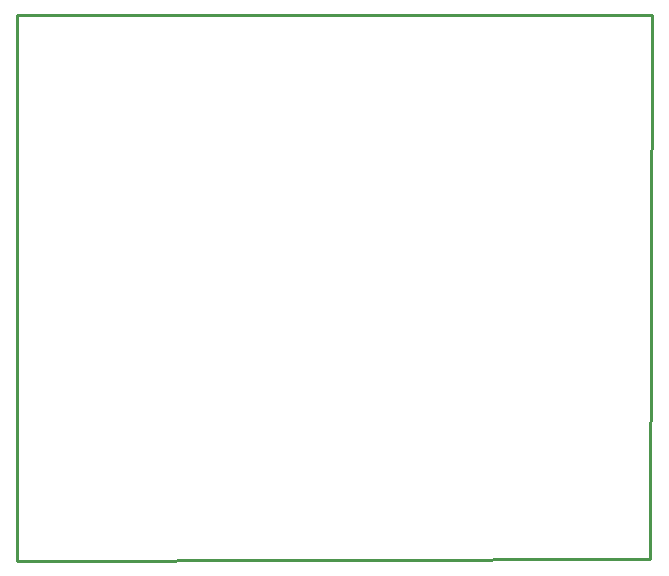
<source format=gko>
G04 Layer: BoardOutlineLayer*
G04 EasyEDA v6.5.42, 2024-04-10 10:33:45*
G04 677a2e3dccde402284f6343da6576b70,88035802e6a84ff2a66c0cebeecd398b,10*
G04 Gerber Generator version 0.2*
G04 Scale: 100 percent, Rotated: No, Reflected: No *
G04 Dimensions in millimeters *
G04 leading zeros omitted , absolute positions ,4 integer and 5 decimal *
%FSLAX45Y45*%
%MOMM*%

%ADD10C,0.2540*%
D10*
X647700Y13258800D02*
G01*
X6019800Y13258800D01*
X6007100Y8648700D01*
X647700Y8636000D01*
X647700Y13258800D01*

%LPD*%
M02*

</source>
